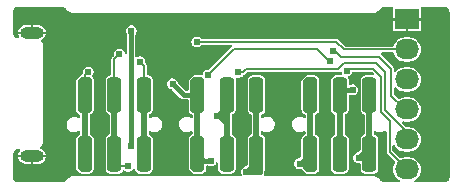
<source format=gbl>
%TF.GenerationSoftware,KiCad,Pcbnew,7.0.11*%
%TF.CreationDate,2025-12-26T11:46:50-08:00*%
%TF.ProjectId,uart-friend-c,75617274-2d66-4726-9965-6e642d632e6b,rev?*%
%TF.SameCoordinates,PX9765530PY6521e48*%
%TF.FileFunction,Copper,L2,Bot*%
%TF.FilePolarity,Positive*%
%FSLAX46Y46*%
G04 Gerber Fmt 4.6, Leading zero omitted, Abs format (unit mm)*
G04 Created by KiCad (PCBNEW 7.0.11) date 2025-12-26 11:46:50*
%MOMM*%
%LPD*%
G01*
G04 APERTURE LIST*
G04 Aperture macros list*
%AMRoundRect*
0 Rectangle with rounded corners*
0 $1 Rounding radius*
0 $2 $3 $4 $5 $6 $7 $8 $9 X,Y pos of 4 corners*
0 Add a 4 corners polygon primitive as box body*
4,1,4,$2,$3,$4,$5,$6,$7,$8,$9,$2,$3,0*
0 Add four circle primitives for the rounded corners*
1,1,$1+$1,$2,$3*
1,1,$1+$1,$4,$5*
1,1,$1+$1,$6,$7*
1,1,$1+$1,$8,$9*
0 Add four rect primitives between the rounded corners*
20,1,$1+$1,$2,$3,$4,$5,0*
20,1,$1+$1,$4,$5,$6,$7,0*
20,1,$1+$1,$6,$7,$8,$9,0*
20,1,$1+$1,$8,$9,$2,$3,0*%
%AMFreePoly0*
4,1,21,-1.500000,0.300000,-1.492031,0.368685,-1.447499,0.469541,-1.369541,0.547499,-1.268685,0.592031,-1.200000,0.600000,1.200000,0.600000,1.268685,0.592031,1.369541,0.547499,1.447499,0.469541,1.492031,0.368685,1.500000,0.300000,1.500000,-0.300000,1.492031,-0.368685,1.447499,-0.469541,1.369541,-0.547499,1.268685,-0.592031,1.200000,-0.600000,-1.200000,-0.600000,-1.500000,-0.300000,
-1.500000,0.300000,-1.500000,0.300000,$1*%
%AMFreePoly1*
4,1,21,-1.500000,0.300000,-1.492031,0.368685,-1.447499,0.469541,-1.369541,0.547499,-1.268685,0.592031,-1.200000,0.600000,1.200000,0.600000,1.268685,0.592031,1.369541,0.547499,1.447499,0.469541,1.492031,0.368685,1.500000,0.300000,1.500000,-0.300000,1.200000,-0.600000,-1.200000,-0.600000,-1.268685,-0.592031,-1.369541,-0.547499,-1.447499,-0.469541,-1.492031,-0.368685,-1.500000,-0.300000,
-1.500000,0.300000,-1.500000,0.300000,$1*%
G04 Aperture macros list end*
%TA.AperFunction,ComponentPad*%
%ADD10R,2.032000X1.727200*%
%TD*%
%TA.AperFunction,ComponentPad*%
%ADD11O,2.032000X1.727200*%
%TD*%
%TA.AperFunction,ComponentPad*%
%ADD12O,2.030000X1.000000*%
%TD*%
%TA.AperFunction,SMDPad,CuDef*%
%ADD13FreePoly0,270.000000*%
%TD*%
%TA.AperFunction,SMDPad,CuDef*%
%ADD14R,0.500000X3.000000*%
%TD*%
%TA.AperFunction,SMDPad,CuDef*%
%ADD15FreePoly1,270.000000*%
%TD*%
%TA.AperFunction,SMDPad,CuDef*%
%ADD16RoundRect,0.300000X-0.300000X1.200000X-0.300000X-1.200000X0.300000X-1.200000X0.300000X1.200000X0*%
%TD*%
%TA.AperFunction,ViaPad*%
%ADD17C,0.609600*%
%TD*%
%TA.AperFunction,Conductor*%
%ADD18C,0.400000*%
%TD*%
%TA.AperFunction,Conductor*%
%ADD19C,0.200000*%
%TD*%
G04 APERTURE END LIST*
D10*
%TO.P,P5,1,P1*%
%TO.N,GND*%
X29845000Y15240000D03*
D11*
%TO.P,P5,2,P2*%
%TO.N,/~{CTS}*%
X29845000Y12700000D03*
%TO.P,P5,3,P3*%
%TO.N,/VTARGET*%
X29845000Y10160000D03*
%TO.P,P5,4,P4*%
%TO.N,/TXD*%
X29845000Y7620000D03*
%TO.P,P5,5,P5*%
%TO.N,/RXD*%
X29845000Y5080000D03*
%TO.P,P5,6,P6*%
%TO.N,/~{DTR}*%
X29845000Y2540000D03*
%TD*%
D12*
%TO.P,P2,SH1,SHIELD*%
%TO.N,GND*%
X-1905000Y14115000D03*
X-1905000Y3665000D03*
%TD*%
D13*
%TO.P,SW2,1,C*%
%TO.N,+5V*%
X12105000Y8850000D03*
D14*
X12105000Y6350000D03*
D15*
X12105000Y3850000D03*
D16*
%TO.P,SW2,2,B*%
%TO.N,VCC*%
X14605000Y8850000D03*
D14*
X14605000Y6350000D03*
D16*
X14605000Y3850000D03*
%TO.P,SW2,3,A*%
%TO.N,/VREG*%
X17105000Y8850000D03*
D14*
X17105000Y6350000D03*
D16*
X17105000Y3850000D03*
%TD*%
D13*
%TO.P,SW3,1,C*%
%TO.N,+5V*%
X21670000Y8850000D03*
D14*
X21670000Y6350000D03*
D15*
X21670000Y3850000D03*
D16*
%TO.P,SW3,2,B*%
%TO.N,/VTARGET_Q*%
X24170000Y8850000D03*
D14*
X24170000Y6350000D03*
D16*
X24170000Y3850000D03*
%TO.P,SW3,3,A*%
%TO.N,/VREG*%
X26670000Y8850000D03*
D14*
X26670000Y6350000D03*
D16*
X26670000Y3850000D03*
%TD*%
D13*
%TO.P,SW1,1,C*%
%TO.N,/FB_3V3*%
X2580000Y8850000D03*
D14*
X2580000Y6350000D03*
D15*
X2580000Y3850000D03*
D16*
%TO.P,SW1,2,B*%
%TO.N,/FB_SEL*%
X5080000Y8850000D03*
D14*
X5080000Y6350000D03*
D16*
X5080000Y3850000D03*
%TO.P,SW1,3,A*%
%TO.N,/FB_1V8*%
X7580000Y8850000D03*
D14*
X7580000Y6350000D03*
D16*
X7580000Y3850000D03*
%TD*%
D17*
%TO.N,GND*%
X31250000Y4045000D03*
X27750000Y4045000D03*
%TO.N,+5V*%
X20750000Y3045000D03*
X10000000Y9795000D03*
X13250000Y3295000D03*
%TO.N,GND*%
X21500000Y14795000D03*
X3650000Y9395000D03*
X1250000Y4045000D03*
X4500000Y12295000D03*
X9000000Y4045000D03*
X8600000Y7345000D03*
X1250000Y9895000D03*
X11000000Y7545000D03*
X9250000Y9145000D03*
X-250000Y4045000D03*
X2500000Y13795000D03*
X3650000Y7695000D03*
X15553531Y7250308D03*
X15000000Y14795000D03*
X4500000Y14045000D03*
X11047800Y2875995D03*
X-250000Y13795000D03*
X1350000Y7695000D03*
X9000000Y5295000D03*
X8250000Y10795000D03*
X4250000Y7045000D03*
X14000000Y14795000D03*
%TO.N,VCC*%
X13750000Y7045000D03*
%TO.N,/VREG*%
X6500000Y14295000D03*
X16250000Y2337800D03*
X25750000Y3545000D03*
X6500000Y4545000D03*
%TO.N,/FB_3V3*%
X2857202Y10795000D03*
%TO.N,/FB_SEL*%
X5500000Y12295000D03*
X6250000Y2795000D03*
%TO.N,/FB_1V8*%
X7250000Y11652202D03*
%TO.N,/TXD*%
X23622000Y12573000D03*
%TO.N,/~{CTS}*%
X12065000Y13335000D03*
%TO.N,/RXD*%
X15568808Y10756426D03*
%TO.N,/~{DTR}*%
X24750000Y10887748D03*
%TO.N,/~{POWER}*%
X12993614Y10522798D03*
X23347202Y11699800D03*
%TO.N,/VTARGET_Q*%
X25250000Y9295000D03*
%TD*%
D18*
%TO.N,+5V*%
X21717000Y8001000D02*
X21717000Y7747000D01*
X10945000Y8850000D02*
X10000000Y9795000D01*
X21844000Y8128000D02*
X21717000Y8001000D01*
X21555000Y3850000D02*
X20750000Y3045000D01*
X13250000Y3295000D02*
X12660000Y3295000D01*
X12660000Y3295000D02*
X12105000Y3850000D01*
X20750000Y3045000D02*
X22000000Y3045000D01*
X12105000Y8850000D02*
X10945000Y8850000D01*
X21670000Y3850000D02*
X21555000Y3850000D01*
%TO.N,VCC*%
X13910000Y7045000D02*
X14605000Y6350000D01*
X13750000Y7045000D02*
X14250000Y7045000D01*
X14605000Y7900000D02*
X13750000Y7045000D01*
X13750000Y7045000D02*
X13910000Y7045000D01*
X14605000Y8850000D02*
X14605000Y7900000D01*
%TO.N,/VREG*%
X16250000Y2337800D02*
X16301800Y2286000D01*
X26670000Y3850000D02*
X26670000Y3465000D01*
X16301800Y2286000D02*
X17399000Y2286000D01*
X17399000Y3556000D02*
X17105000Y3850000D01*
X6500000Y14295000D02*
X6500000Y4545000D01*
X16457200Y2545000D02*
X16250000Y2337800D01*
X17399000Y2286000D02*
X17399000Y3556000D01*
X25750000Y3545000D02*
X27000000Y3545000D01*
D19*
X17609736Y9398000D02*
X17355736Y9652000D01*
D18*
X26055000Y3850000D02*
X25750000Y3545000D01*
X17250000Y2545000D02*
X16457200Y2545000D01*
X26670000Y3850000D02*
X26055000Y3850000D01*
D19*
%TO.N,/FB_3V3*%
X2857202Y10795000D02*
X2580000Y10517798D01*
X2580000Y10517798D02*
X2580000Y8850000D01*
%TO.N,/FB_SEL*%
X5080000Y3215000D02*
X5500000Y2795000D01*
X5080000Y11875000D02*
X5080000Y8850000D01*
X5500000Y12295000D02*
X5080000Y11875000D01*
X5500000Y2795000D02*
X6250000Y2795000D01*
X5385000Y3545000D02*
X5080000Y3850000D01*
X5080000Y3850000D02*
X5080000Y3215000D01*
%TO.N,/FB_1V8*%
X7580000Y11322202D02*
X7580000Y8850000D01*
X7250000Y11652202D02*
X7580000Y11322202D01*
%TO.N,/TXD*%
X28520000Y8792600D02*
X29692600Y7620000D01*
X24250000Y12045000D02*
X24260000Y12055000D01*
X27510000Y12055000D02*
X28520000Y11045000D01*
X28520000Y11045000D02*
X28520000Y8792600D01*
X23622000Y12573000D02*
X23722000Y12573000D01*
X23722000Y12573000D02*
X24250000Y12045000D01*
X29692600Y7620000D02*
X29845000Y7620000D01*
X24260000Y12055000D02*
X27510000Y12055000D01*
%TO.N,/~{CTS}*%
X24511000Y12700000D02*
X23876000Y13335000D01*
X29845000Y12700000D02*
X24511000Y12700000D01*
X12065000Y13335000D02*
X23876000Y13335000D01*
%TO.N,/RXD*%
X27250000Y11545000D02*
X28000000Y10795000D01*
X28000000Y7549740D02*
X29845000Y5704740D01*
X15961426Y10756426D02*
X15568808Y10756426D01*
X24000000Y11045000D02*
X16250000Y11045000D01*
X28000000Y10795000D02*
X28000000Y7549740D01*
X16250000Y11045000D02*
X15961426Y10756426D01*
X29845000Y5704740D02*
X29845000Y5080000D01*
X24500000Y11545000D02*
X27250000Y11545000D01*
X24000000Y11045000D02*
X24500000Y11545000D01*
%TO.N,/~{DTR}*%
X28370000Y6681371D02*
X27647600Y7403771D01*
X28370000Y4015000D02*
X28370000Y6681371D01*
X27647600Y10397400D02*
X27000000Y11045000D01*
X29845000Y2540000D02*
X28370000Y4015000D01*
X24907252Y11045000D02*
X24750000Y10887748D01*
X27000000Y11045000D02*
X25500000Y11045000D01*
X27647600Y9232600D02*
X27647600Y10397400D01*
X25500000Y11045000D02*
X24907252Y11045000D01*
X27647600Y7403771D02*
X27647600Y9232600D01*
%TO.N,/~{POWER}*%
X23225200Y11699800D02*
X23347202Y11699800D01*
X22225000Y12700000D02*
X23225200Y11699800D01*
X15170816Y12700000D02*
X22225000Y12700000D01*
X12993614Y10522798D02*
X15170816Y12700000D01*
D18*
%TO.N,/VTARGET_Q*%
X24615000Y9295000D02*
X24170000Y8850000D01*
X25250000Y9295000D02*
X24615000Y9295000D01*
%TD*%
%TA.AperFunction,Conductor*%
%TO.N,GND*%
G36*
X639842Y16309024D02*
G01*
X710065Y16302107D01*
X729087Y16298324D01*
X791958Y16279253D01*
X809865Y16271835D01*
X867798Y16240869D01*
X883931Y16230089D01*
X933433Y16189463D01*
X945417Y16177801D01*
X1018676Y16093333D01*
X1025723Y16081935D01*
X1026596Y16082517D01*
X1032012Y16074412D01*
X1052702Y16053721D01*
X1057487Y16048583D01*
X1065314Y16039559D01*
X1066026Y16038902D01*
X1076488Y16029936D01*
X1106708Y15999716D01*
X1213102Y15922416D01*
X1330279Y15862711D01*
X1455353Y15822072D01*
X1455354Y15822072D01*
X1455357Y15822071D01*
X1585241Y15801500D01*
X1585245Y15801500D01*
X26989758Y15801500D01*
X27119642Y15822071D01*
X27119643Y15822072D01*
X27119647Y15822072D01*
X27244721Y15862711D01*
X27361898Y15922416D01*
X27468292Y15999716D01*
X27498515Y16029940D01*
X27508962Y16038893D01*
X27509670Y16039547D01*
X27509681Y16039554D01*
X27517521Y16048596D01*
X27522296Y16053721D01*
X27542989Y16074413D01*
X27542991Y16074419D01*
X27548406Y16082521D01*
X27549283Y16081935D01*
X27556324Y16093335D01*
X27629587Y16177809D01*
X27641557Y16189457D01*
X27691077Y16230097D01*
X27707196Y16240867D01*
X27765134Y16271835D01*
X27783037Y16279252D01*
X27845914Y16298325D01*
X27864934Y16302107D01*
X27927624Y16308281D01*
X27935158Y16309023D01*
X27944861Y16309500D01*
X27979882Y16309500D01*
X28598071Y16309500D01*
X28656262Y16290593D01*
X28692226Y16241093D01*
X28692226Y16179907D01*
X28688553Y16172330D01*
X28689174Y16172073D01*
X28685443Y16163066D01*
X28676600Y16118613D01*
X28676600Y15340006D01*
X28676601Y15340005D01*
X29344918Y15340005D01*
X29337000Y15313039D01*
X29337000Y15166961D01*
X29344918Y15139995D01*
X28676601Y15139995D01*
X28676600Y15139994D01*
X28676600Y14361388D01*
X28685442Y14316937D01*
X28719125Y14266528D01*
X28719127Y14266526D01*
X28769536Y14232843D01*
X28813987Y14224001D01*
X28813989Y14224000D01*
X29744994Y14224000D01*
X29744995Y14224001D01*
X29744995Y14741155D01*
X29808666Y14732000D01*
X29881334Y14732000D01*
X29945005Y14741155D01*
X29945005Y14224001D01*
X29945006Y14224000D01*
X30876011Y14224000D01*
X30876012Y14224001D01*
X30920463Y14232843D01*
X30970872Y14266526D01*
X30970874Y14266528D01*
X31004557Y14316937D01*
X31013399Y14361388D01*
X31013400Y14361390D01*
X31013400Y15139994D01*
X31013399Y15139995D01*
X30345082Y15139995D01*
X30353000Y15166961D01*
X30353000Y15313039D01*
X30345082Y15340005D01*
X31013399Y15340005D01*
X31013400Y15340006D01*
X31013400Y16118611D01*
X31013399Y16118613D01*
X31004556Y16163066D01*
X31000826Y16172073D01*
X31004501Y16173596D01*
X30993008Y16214448D01*
X31014221Y16271838D01*
X31065115Y16305800D01*
X31091929Y16309500D01*
X32980118Y16309500D01*
X33013512Y16309500D01*
X33026433Y16308653D01*
X33029259Y16308281D01*
X33119537Y16296396D01*
X33144494Y16289710D01*
X33225211Y16256275D01*
X33247589Y16243355D01*
X33289951Y16210849D01*
X33316897Y16190173D01*
X33335172Y16171898D01*
X33388353Y16102591D01*
X33401275Y16080210D01*
X33434707Y15999499D01*
X33441396Y15974535D01*
X33453653Y15881434D01*
X33454500Y15868512D01*
X33454500Y1911489D01*
X33453653Y1898567D01*
X33441396Y1805466D01*
X33434707Y1780502D01*
X33401275Y1699791D01*
X33388353Y1677410D01*
X33335172Y1608103D01*
X33316897Y1589828D01*
X33247590Y1536647D01*
X33225209Y1523725D01*
X33144498Y1490293D01*
X33119534Y1483604D01*
X33036434Y1472664D01*
X33029260Y1471719D01*
X33026434Y1471347D01*
X33013512Y1470500D01*
X30548094Y1470500D01*
X30489903Y1489407D01*
X30453939Y1538907D01*
X30453939Y1600093D01*
X30489903Y1649593D01*
X30501426Y1656810D01*
X30564866Y1690720D01*
X30564867Y1690722D01*
X30564869Y1690722D01*
X30719652Y1817748D01*
X30846678Y1972531D01*
X30850214Y1979145D01*
X30916927Y2103958D01*
X30941067Y2149120D01*
X30999192Y2340731D01*
X31000829Y2357344D01*
X31018818Y2539997D01*
X31018818Y2540004D01*
X30999193Y2739264D01*
X30999192Y2739267D01*
X30999192Y2739269D01*
X30941067Y2930880D01*
X30931714Y2948378D01*
X30846680Y3107467D01*
X30719656Y3262247D01*
X30719652Y3262252D01*
X30679753Y3294996D01*
X30564866Y3389281D01*
X30388285Y3483665D01*
X30388283Y3483666D01*
X30196666Y3541793D01*
X30196664Y3541794D01*
X30047342Y3556500D01*
X30047334Y3556500D01*
X29642666Y3556500D01*
X29642658Y3556500D01*
X29493335Y3541794D01*
X29493330Y3541793D01*
X29325717Y3490947D01*
X29264544Y3492148D01*
X29226975Y3515680D01*
X28651896Y4090759D01*
X28624119Y4145276D01*
X28622900Y4160763D01*
X28622900Y4529681D01*
X28641807Y4587872D01*
X28691307Y4623836D01*
X28752493Y4623836D01*
X28801993Y4587872D01*
X28809210Y4576349D01*
X28843319Y4512534D01*
X28928380Y4408886D01*
X28970348Y4357748D01*
X28970353Y4357744D01*
X29125129Y4230723D01*
X29125133Y4230720D01*
X29294618Y4140129D01*
X29301720Y4136333D01*
X29493331Y4078208D01*
X29493333Y4078208D01*
X29493335Y4078207D01*
X29642658Y4063500D01*
X29642666Y4063500D01*
X30047342Y4063500D01*
X30196664Y4078207D01*
X30196665Y4078208D01*
X30196669Y4078208D01*
X30388280Y4136333D01*
X30468156Y4179029D01*
X30564866Y4230720D01*
X30564871Y4230723D01*
X30643195Y4295002D01*
X30719652Y4357748D01*
X30846678Y4512531D01*
X30941067Y4689120D01*
X30999192Y4880731D01*
X30999515Y4884005D01*
X31018818Y5079997D01*
X31018818Y5080004D01*
X30999193Y5279264D01*
X30999192Y5279267D01*
X30999192Y5279269D01*
X30941067Y5470880D01*
X30928805Y5493821D01*
X30846680Y5647467D01*
X30719656Y5802247D01*
X30719652Y5802252D01*
X30634617Y5872038D01*
X30564866Y5929281D01*
X30388285Y6023665D01*
X30388283Y6023666D01*
X30196666Y6081793D01*
X30196664Y6081794D01*
X30047342Y6096500D01*
X30047334Y6096500D01*
X29851903Y6096500D01*
X29793712Y6115407D01*
X29781899Y6125496D01*
X29462531Y6444864D01*
X29434754Y6499381D01*
X29444325Y6559813D01*
X29487590Y6603078D01*
X29542239Y6613391D01*
X29642659Y6603500D01*
X29642666Y6603500D01*
X30047342Y6603500D01*
X30196664Y6618207D01*
X30196665Y6618208D01*
X30196669Y6618208D01*
X30388280Y6676333D01*
X30468156Y6719029D01*
X30564866Y6770720D01*
X30564867Y6770722D01*
X30564869Y6770722D01*
X30719652Y6897748D01*
X30846678Y7052531D01*
X30941067Y7229120D01*
X30999192Y7420731D01*
X31000695Y7435983D01*
X31018818Y7619997D01*
X31018818Y7620004D01*
X30999193Y7819264D01*
X30999192Y7819267D01*
X30999192Y7819269D01*
X30941067Y8010880D01*
X30907708Y8073291D01*
X30846680Y8187467D01*
X30719656Y8342247D01*
X30719652Y8342252D01*
X30719646Y8342257D01*
X30564866Y8469281D01*
X30388285Y8563665D01*
X30388283Y8563666D01*
X30373234Y8568231D01*
X30234655Y8610269D01*
X30196666Y8621793D01*
X30196664Y8621794D01*
X30047342Y8636500D01*
X30047334Y8636500D01*
X29642666Y8636500D01*
X29642658Y8636500D01*
X29493335Y8621794D01*
X29493333Y8621793D01*
X29357649Y8580633D01*
X29316766Y8568231D01*
X29301717Y8563666D01*
X29239310Y8530309D01*
X29179078Y8519554D01*
X29124027Y8546256D01*
X29122639Y8547616D01*
X28801896Y8868359D01*
X28774119Y8922876D01*
X28772900Y8938363D01*
X28772900Y9401653D01*
X28791807Y9459844D01*
X28841307Y9495808D01*
X28902493Y9495808D01*
X28948427Y9464459D01*
X28970348Y9437748D01*
X28985547Y9425275D01*
X29125133Y9310720D01*
X29301714Y9216336D01*
X29301720Y9216333D01*
X29493331Y9158208D01*
X29493333Y9158208D01*
X29493335Y9158207D01*
X29642658Y9143500D01*
X29642666Y9143500D01*
X30047342Y9143500D01*
X30196664Y9158207D01*
X30196665Y9158208D01*
X30196669Y9158208D01*
X30388280Y9216333D01*
X30535452Y9294998D01*
X30564866Y9310720D01*
X30564867Y9310722D01*
X30564869Y9310722D01*
X30719652Y9437748D01*
X30846678Y9592531D01*
X30874438Y9644465D01*
X30911404Y9713625D01*
X30941067Y9769120D01*
X30999192Y9960731D01*
X31007492Y10044996D01*
X31018818Y10159997D01*
X31018818Y10160004D01*
X30999193Y10359264D01*
X30999192Y10359267D01*
X30999192Y10359269D01*
X30941067Y10550880D01*
X30936200Y10559986D01*
X30846680Y10727467D01*
X30733832Y10864974D01*
X30719652Y10882252D01*
X30712955Y10887748D01*
X30564866Y11009281D01*
X30388285Y11103665D01*
X30388283Y11103666D01*
X30388276Y11103668D01*
X30196669Y11161792D01*
X30196666Y11161793D01*
X30196664Y11161794D01*
X30047342Y11176500D01*
X30047334Y11176500D01*
X29642666Y11176500D01*
X29642658Y11176500D01*
X29493335Y11161794D01*
X29493333Y11161793D01*
X29301716Y11103666D01*
X29301714Y11103665D01*
X29125133Y11009281D01*
X28970353Y10882257D01*
X28970342Y10882246D01*
X28948427Y10855542D01*
X28896896Y10822555D01*
X28835816Y10826158D01*
X28788520Y10864974D01*
X28772900Y10918348D01*
X28772900Y11010339D01*
X28774802Y11029653D01*
X28777855Y11045000D01*
X28766398Y11102596D01*
X28766185Y11103668D01*
X28766185Y11103669D01*
X28758227Y11143676D01*
X28758226Y11143679D01*
X28702332Y11227329D01*
X28702331Y11227331D01*
X28689316Y11236028D01*
X28674318Y11248336D01*
X27713333Y12209321D01*
X27701019Y12224327D01*
X27692330Y12237332D01*
X27675261Y12248737D01*
X27675244Y12248749D01*
X27649748Y12265785D01*
X27611869Y12313835D01*
X27609467Y12374973D01*
X27643460Y12425847D01*
X27700864Y12447024D01*
X27704750Y12447100D01*
X28633654Y12447100D01*
X28691845Y12428193D01*
X28727809Y12378693D01*
X28728391Y12376838D01*
X28748933Y12309120D01*
X28748935Y12309115D01*
X28843319Y12132534D01*
X28922367Y12036213D01*
X28970348Y11977748D01*
X28970353Y11977744D01*
X29125133Y11850720D01*
X29301714Y11756336D01*
X29301720Y11756333D01*
X29493331Y11698208D01*
X29493333Y11698208D01*
X29493335Y11698207D01*
X29642658Y11683500D01*
X29642666Y11683500D01*
X30047342Y11683500D01*
X30196664Y11698207D01*
X30196665Y11698208D01*
X30196669Y11698208D01*
X30388280Y11756333D01*
X30473904Y11802100D01*
X30564866Y11850720D01*
X30564867Y11850722D01*
X30564869Y11850722D01*
X30719652Y11977748D01*
X30846678Y12132531D01*
X30853755Y12145770D01*
X30904959Y12241567D01*
X30941067Y12309120D01*
X30999192Y12500731D01*
X31000861Y12517669D01*
X31018818Y12699997D01*
X31018818Y12700004D01*
X30999193Y12899264D01*
X30999192Y12899267D01*
X30999192Y12899269D01*
X30941067Y13090880D01*
X30941064Y13090886D01*
X30846680Y13267467D01*
X30719656Y13422247D01*
X30719652Y13422252D01*
X30667234Y13465270D01*
X30564866Y13549281D01*
X30388285Y13643665D01*
X30388283Y13643666D01*
X30196666Y13701793D01*
X30196664Y13701794D01*
X30047342Y13716500D01*
X30047334Y13716500D01*
X29642666Y13716500D01*
X29642658Y13716500D01*
X29493335Y13701794D01*
X29493333Y13701793D01*
X29301716Y13643666D01*
X29301714Y13643665D01*
X29125133Y13549281D01*
X28970353Y13422257D01*
X28970343Y13422247D01*
X28843319Y13267467D01*
X28748935Y13090886D01*
X28748933Y13090881D01*
X28735905Y13047932D01*
X28730678Y13030700D01*
X28728391Y13023162D01*
X28693406Y12972965D01*
X28635597Y12952919D01*
X28633654Y12952900D01*
X24656762Y12952900D01*
X24598571Y12971807D01*
X24586758Y12981896D01*
X24079333Y13489322D01*
X24067022Y13504324D01*
X24058331Y13517331D01*
X24049161Y13523458D01*
X24041261Y13528737D01*
X24041257Y13528740D01*
X23974676Y13573228D01*
X23974677Y13573228D01*
X23892370Y13589599D01*
X23876000Y13592855D01*
X23875999Y13592855D01*
X23860651Y13589802D01*
X23841338Y13587900D01*
X12496698Y13587900D01*
X12438507Y13606807D01*
X12421879Y13622068D01*
X12407910Y13638189D01*
X12367812Y13684464D01*
X12367811Y13684465D01*
X12367810Y13684466D01*
X12257095Y13755618D01*
X12257092Y13755619D01*
X12257091Y13755620D01*
X12193949Y13774160D01*
X12130808Y13792700D01*
X12130807Y13792700D01*
X11999193Y13792700D01*
X11999191Y13792700D01*
X11872909Y13755620D01*
X11872904Y13755618D01*
X11762187Y13684465D01*
X11762187Y13684464D01*
X11675999Y13584999D01*
X11621323Y13465273D01*
X11621322Y13465270D01*
X11602593Y13335003D01*
X11602593Y13334998D01*
X11621322Y13204731D01*
X11621323Y13204728D01*
X11675999Y13085002D01*
X11762187Y12985537D01*
X11762187Y12985536D01*
X11872904Y12914383D01*
X11872909Y12914380D01*
X11999193Y12877300D01*
X11999194Y12877300D01*
X12130806Y12877300D01*
X12130807Y12877300D01*
X12257091Y12914380D01*
X12367812Y12985536D01*
X12421879Y13047932D01*
X12474276Y13079527D01*
X12496698Y13082100D01*
X14961101Y13082100D01*
X15019292Y13063193D01*
X15055256Y13013693D01*
X15055256Y12952507D01*
X15019292Y12903007D01*
X15016107Y12900788D01*
X15013827Y12899264D01*
X14988487Y12882333D01*
X14988482Y12882328D01*
X14979791Y12869321D01*
X14967482Y12854322D01*
X13122654Y11009494D01*
X13068137Y10981717D01*
X13052650Y10980498D01*
X12927805Y10980498D01*
X12801523Y10943418D01*
X12801518Y10943416D01*
X12690801Y10872263D01*
X12690801Y10872262D01*
X12604613Y10772797D01*
X12549937Y10653071D01*
X12549936Y10653068D01*
X12540554Y10587812D01*
X12513558Y10532904D01*
X12459444Y10504351D01*
X12442562Y10502901D01*
X11789945Y10502901D01*
X11789944Y10502901D01*
X11789941Y10502901D01*
X11745341Y10494029D01*
X11745339Y10494029D01*
X11745339Y10494028D01*
X11707531Y10468766D01*
X11386235Y10147469D01*
X11360973Y10109661D01*
X11360971Y10109656D01*
X11352100Y10065065D01*
X11352100Y9301900D01*
X11333193Y9243709D01*
X11283693Y9207745D01*
X11253100Y9202900D01*
X11132184Y9202900D01*
X11073993Y9221807D01*
X11062180Y9231896D01*
X10479547Y9814529D01*
X10451770Y9869046D01*
X10451580Y9870297D01*
X10443676Y9925275D01*
X10389002Y10044996D01*
X10389000Y10044998D01*
X10389000Y10044999D01*
X10302812Y10144464D01*
X10302812Y10144465D01*
X10192095Y10215618D01*
X10192092Y10215619D01*
X10192091Y10215620D01*
X10128949Y10234160D01*
X10065808Y10252700D01*
X10065807Y10252700D01*
X9934193Y10252700D01*
X9934191Y10252700D01*
X9807909Y10215620D01*
X9807904Y10215618D01*
X9697187Y10144465D01*
X9697187Y10144464D01*
X9610999Y10044999D01*
X9556323Y9925273D01*
X9556322Y9925270D01*
X9537593Y9795003D01*
X9537593Y9794998D01*
X9556322Y9664731D01*
X9556323Y9664728D01*
X9556323Y9664727D01*
X9556324Y9664725D01*
X9610998Y9545004D01*
X9610999Y9545002D01*
X9697187Y9445537D01*
X9697187Y9445536D01*
X9807904Y9374383D01*
X9807909Y9374380D01*
X9934193Y9337300D01*
X9940987Y9335305D01*
X9940276Y9332885D01*
X9985001Y9310907D01*
X9986025Y9309899D01*
X10662324Y8633600D01*
X10675199Y8617744D01*
X10681772Y8607682D01*
X10706103Y8588745D01*
X10715290Y8580633D01*
X10716136Y8579788D01*
X10716140Y8579784D01*
X10732365Y8568199D01*
X10735598Y8565789D01*
X10746640Y8557194D01*
X10774714Y8535343D01*
X10781211Y8531828D01*
X10787860Y8528578D01*
X10787865Y8528574D01*
X10835365Y8514433D01*
X10839223Y8513197D01*
X10886111Y8497100D01*
X10886113Y8497100D01*
X10893430Y8495879D01*
X10900739Y8494969D01*
X10900745Y8494967D01*
X10950252Y8497016D01*
X10954344Y8497100D01*
X11253100Y8497100D01*
X11311291Y8478193D01*
X11347255Y8428693D01*
X11352100Y8398100D01*
X11352100Y7595434D01*
X11354968Y7564855D01*
X11354968Y7564853D01*
X11354969Y7564850D01*
X11367128Y7530102D01*
X11400061Y7435982D01*
X11434048Y7389932D01*
X11481134Y7326134D01*
X11590983Y7245061D01*
X11635799Y7229380D01*
X11684478Y7192316D01*
X11702100Y7135936D01*
X11702100Y6986437D01*
X11683193Y6928246D01*
X11633693Y6892282D01*
X11572507Y6892282D01*
X11555406Y6899683D01*
X11446369Y6959627D01*
X11287179Y7000500D01*
X11287177Y7000500D01*
X11164075Y7000500D01*
X11041946Y6985073D01*
X11041943Y6985072D01*
X10889129Y6924568D01*
X10889125Y6924566D01*
X10756162Y6827963D01*
X10651399Y6701326D01*
X10581420Y6552613D01*
X10550624Y6391177D01*
X10550623Y6391172D01*
X10560943Y6227143D01*
X10611732Y6070827D01*
X10699797Y5932061D01*
X10819607Y5819552D01*
X10819606Y5819552D01*
X10947701Y5749131D01*
X10963632Y5740373D01*
X11122823Y5699500D01*
X11122826Y5699500D01*
X11245925Y5699500D01*
X11368053Y5714928D01*
X11368054Y5714929D01*
X11368058Y5714929D01*
X11520871Y5775432D01*
X11527015Y5779897D01*
X11544909Y5792896D01*
X11603099Y5811804D01*
X11661290Y5792897D01*
X11697254Y5743397D01*
X11702100Y5712804D01*
X11702100Y5564065D01*
X11683193Y5505874D01*
X11635798Y5470621D01*
X11590985Y5454941D01*
X11590983Y5454940D01*
X11481135Y5373867D01*
X11481133Y5373865D01*
X11400061Y5264019D01*
X11354968Y5135146D01*
X11352100Y5104567D01*
X11352099Y5104563D01*
X11352099Y3868205D01*
X11352099Y2634941D01*
X11360971Y2590341D01*
X11360972Y2590340D01*
X11360971Y2590340D01*
X11383722Y2556292D01*
X11386235Y2552531D01*
X11707531Y2231236D01*
X11745342Y2205972D01*
X11763277Y2202405D01*
X11789935Y2197101D01*
X11789941Y2197101D01*
X11789943Y2197100D01*
X11789944Y2197100D01*
X12459563Y2197100D01*
X12459565Y2197101D01*
X12490150Y2199969D01*
X12619017Y2245061D01*
X12728866Y2326134D01*
X12809939Y2435983D01*
X12855031Y2564850D01*
X12857899Y2595435D01*
X12857900Y2595437D01*
X12857900Y2821614D01*
X12876807Y2879805D01*
X12926307Y2915769D01*
X12987493Y2915769D01*
X13010423Y2904898D01*
X13057909Y2874380D01*
X13184193Y2837300D01*
X13184194Y2837300D01*
X13315806Y2837300D01*
X13315807Y2837300D01*
X13442091Y2874380D01*
X13552812Y2945536D01*
X13639002Y3045004D01*
X13663047Y3097657D01*
X13704418Y3142733D01*
X13764385Y3154884D01*
X13820041Y3129467D01*
X13850128Y3076190D01*
X13852100Y3056529D01*
X13852100Y2595434D01*
X13854968Y2564855D01*
X13854968Y2564853D01*
X13854969Y2564850D01*
X13884096Y2481610D01*
X13900061Y2435982D01*
X13949343Y2369209D01*
X13981134Y2326134D01*
X14047908Y2276852D01*
X14090981Y2245062D01*
X14090982Y2245062D01*
X14090983Y2245061D01*
X14219850Y2199969D01*
X14248061Y2197324D01*
X14250433Y2197101D01*
X14250437Y2197100D01*
X14250444Y2197100D01*
X14959563Y2197100D01*
X14959565Y2197101D01*
X14990150Y2199969D01*
X15119017Y2245061D01*
X15228866Y2326134D01*
X15309939Y2435983D01*
X15355031Y2564850D01*
X15357899Y2595435D01*
X15357900Y2595437D01*
X15357900Y5104563D01*
X15357899Y5104567D01*
X15355031Y5135146D01*
X15355031Y5135150D01*
X15309939Y5264017D01*
X15298682Y5279269D01*
X15278148Y5307092D01*
X15228866Y5373866D01*
X15158005Y5426164D01*
X15119016Y5454940D01*
X15074201Y5470621D01*
X15025521Y5507686D01*
X15007899Y5564065D01*
X15007899Y7135936D01*
X15026806Y7194127D01*
X15074201Y7229380D01*
X15119017Y7245061D01*
X15228866Y7326134D01*
X15309939Y7435983D01*
X15355031Y7564850D01*
X15357899Y7595435D01*
X15357900Y7595437D01*
X15357900Y10104563D01*
X15357899Y10104567D01*
X15355031Y10135149D01*
X15351772Y10144464D01*
X15337984Y10183866D01*
X15336612Y10245034D01*
X15371455Y10295329D01*
X15429207Y10315537D01*
X15459317Y10311553D01*
X15503001Y10298726D01*
X15503002Y10298726D01*
X15634614Y10298726D01*
X15634615Y10298726D01*
X15760899Y10335806D01*
X15871620Y10406962D01*
X15926605Y10470419D01*
X15979000Y10502015D01*
X15982080Y10502680D01*
X16060103Y10518199D01*
X16122639Y10559984D01*
X16122639Y10559985D01*
X16133360Y10567148D01*
X16133361Y10567150D01*
X16143757Y10574095D01*
X16152449Y10587105D01*
X16164757Y10602104D01*
X16325759Y10763104D01*
X16380276Y10790881D01*
X16395762Y10792100D01*
X23965338Y10792100D01*
X23984651Y10790198D01*
X24000000Y10787145D01*
X24098677Y10806773D01*
X24151024Y10841751D01*
X24209908Y10858358D01*
X24267312Y10837181D01*
X24301306Y10786308D01*
X24304015Y10773526D01*
X24306322Y10757477D01*
X24306323Y10757476D01*
X24306323Y10757475D01*
X24306324Y10757473D01*
X24358590Y10643025D01*
X24365564Y10582239D01*
X24335477Y10528962D01*
X24279821Y10503545D01*
X24268536Y10502900D01*
X23815433Y10502900D01*
X23784854Y10500032D01*
X23784851Y10500032D01*
X23784850Y10500031D01*
X23767000Y10493785D01*
X23655981Y10454939D01*
X23546135Y10373867D01*
X23546133Y10373865D01*
X23465061Y10264019D01*
X23445300Y10207543D01*
X23423229Y10144465D01*
X23419968Y10135146D01*
X23417100Y10104567D01*
X23417100Y7595434D01*
X23419968Y7564855D01*
X23419968Y7564853D01*
X23419969Y7564850D01*
X23432128Y7530102D01*
X23465061Y7435982D01*
X23499048Y7389932D01*
X23546134Y7326134D01*
X23655983Y7245061D01*
X23700799Y7229380D01*
X23749478Y7192316D01*
X23767100Y7135936D01*
X23767100Y5564065D01*
X23748193Y5505874D01*
X23700798Y5470621D01*
X23655985Y5454941D01*
X23655983Y5454940D01*
X23546135Y5373867D01*
X23546133Y5373865D01*
X23465061Y5264019D01*
X23419968Y5135146D01*
X23417100Y5104567D01*
X23417100Y2595434D01*
X23419968Y2564855D01*
X23419968Y2564853D01*
X23419969Y2564850D01*
X23449096Y2481610D01*
X23465061Y2435982D01*
X23514343Y2369209D01*
X23546134Y2326134D01*
X23612908Y2276852D01*
X23655981Y2245062D01*
X23655982Y2245062D01*
X23655983Y2245061D01*
X23784850Y2199969D01*
X23813061Y2197324D01*
X23815433Y2197101D01*
X23815437Y2197100D01*
X23815444Y2197100D01*
X24524563Y2197100D01*
X24524565Y2197101D01*
X24555150Y2199969D01*
X24684017Y2245061D01*
X24793866Y2326134D01*
X24874939Y2435983D01*
X24920031Y2564850D01*
X24922899Y2595435D01*
X24922900Y2595437D01*
X24922900Y5104563D01*
X24922899Y5104567D01*
X24920031Y5135146D01*
X24920031Y5135150D01*
X24874939Y5264017D01*
X24863682Y5279269D01*
X24843148Y5307092D01*
X24793866Y5373866D01*
X24723005Y5426164D01*
X24684016Y5454940D01*
X24639201Y5470621D01*
X24590521Y5507686D01*
X24572899Y5564065D01*
X24572899Y7135936D01*
X24591806Y7194127D01*
X24639201Y7229380D01*
X24684017Y7245061D01*
X24793866Y7326134D01*
X24874939Y7435983D01*
X24920031Y7564850D01*
X24922899Y7595435D01*
X24922900Y7595437D01*
X24922900Y8781990D01*
X24941807Y8840181D01*
X24991307Y8876145D01*
X25051048Y8876145D01*
X25051116Y8876375D01*
X25051899Y8876145D01*
X25052493Y8876145D01*
X25054312Y8875437D01*
X25057906Y8874382D01*
X25057909Y8874380D01*
X25184193Y8837300D01*
X25184194Y8837300D01*
X25315806Y8837300D01*
X25315807Y8837300D01*
X25442091Y8874380D01*
X25552812Y8945536D01*
X25639002Y9045004D01*
X25693676Y9164725D01*
X25699165Y9202900D01*
X25712407Y9294998D01*
X25712407Y9295003D01*
X25693677Y9425270D01*
X25693676Y9425273D01*
X25693676Y9425275D01*
X25639002Y9544996D01*
X25639000Y9544998D01*
X25639000Y9544999D01*
X25552812Y9644464D01*
X25552812Y9644465D01*
X25442095Y9715618D01*
X25442092Y9715619D01*
X25442091Y9715620D01*
X25355317Y9741099D01*
X25315808Y9752700D01*
X25315807Y9752700D01*
X25184193Y9752700D01*
X25184191Y9752700D01*
X25106052Y9729757D01*
X25057909Y9715620D01*
X25057907Y9715620D01*
X25051116Y9713625D01*
X25050275Y9716488D01*
X25002200Y9710991D01*
X24948935Y9741099D01*
X24923541Y9796766D01*
X24922900Y9808011D01*
X24922900Y10104563D01*
X24922899Y10104567D01*
X24920031Y10135146D01*
X24920031Y10135150D01*
X24874939Y10264017D01*
X24868455Y10272802D01*
X24861624Y10282058D01*
X24847754Y10300851D01*
X24828413Y10358896D01*
X24846884Y10417227D01*
X24896113Y10453561D01*
X24899511Y10454626D01*
X24942091Y10467128D01*
X25052812Y10538284D01*
X25139002Y10637752D01*
X25183060Y10734228D01*
X25224431Y10779304D01*
X25273113Y10792100D01*
X25475089Y10792100D01*
X26854237Y10792100D01*
X26912428Y10773193D01*
X26924241Y10763104D01*
X27015441Y10671904D01*
X27043218Y10617387D01*
X27033647Y10556955D01*
X26990382Y10513690D01*
X26945437Y10502900D01*
X26315433Y10502900D01*
X26284854Y10500032D01*
X26284851Y10500032D01*
X26284850Y10500031D01*
X26267000Y10493785D01*
X26155981Y10454939D01*
X26046135Y10373867D01*
X26046133Y10373865D01*
X25965061Y10264019D01*
X25945300Y10207543D01*
X25923229Y10144465D01*
X25919968Y10135146D01*
X25917100Y10104567D01*
X25917100Y7595434D01*
X25919968Y7564855D01*
X25919968Y7564853D01*
X25919969Y7564850D01*
X25932128Y7530102D01*
X25965061Y7435982D01*
X25999048Y7389932D01*
X26046134Y7326134D01*
X26155983Y7245061D01*
X26200799Y7229380D01*
X26249478Y7192316D01*
X26267100Y7135936D01*
X26267100Y5564065D01*
X26248193Y5505874D01*
X26200798Y5470621D01*
X26155985Y5454941D01*
X26155983Y5454940D01*
X26046135Y5373867D01*
X26046133Y5373865D01*
X25965061Y5264019D01*
X25919968Y5135146D01*
X25917100Y5104567D01*
X25917100Y4237198D01*
X25898193Y4179007D01*
X25861584Y4148259D01*
X25847105Y4141181D01*
X25841053Y4136860D01*
X25835249Y4132343D01*
X25801689Y4095886D01*
X25798857Y4092935D01*
X25736026Y4030103D01*
X25690358Y4006834D01*
X25690987Y4004695D01*
X25557909Y3965620D01*
X25557904Y3965618D01*
X25447187Y3894465D01*
X25447187Y3894464D01*
X25360999Y3794999D01*
X25306323Y3675273D01*
X25306322Y3675270D01*
X25287593Y3545003D01*
X25287593Y3544998D01*
X25306322Y3414731D01*
X25306323Y3414728D01*
X25306323Y3414727D01*
X25306324Y3414725D01*
X25315577Y3394464D01*
X25360999Y3295002D01*
X25447187Y3195537D01*
X25447187Y3195536D01*
X25529351Y3142733D01*
X25557909Y3124380D01*
X25684193Y3087300D01*
X25684194Y3087300D01*
X25818100Y3087300D01*
X25876291Y3068393D01*
X25912255Y3018893D01*
X25917100Y2988300D01*
X25917100Y2595434D01*
X25919968Y2564855D01*
X25919968Y2564853D01*
X25919969Y2564850D01*
X25949096Y2481610D01*
X25965061Y2435982D01*
X26014343Y2369209D01*
X26046134Y2326134D01*
X26112908Y2276852D01*
X26155981Y2245062D01*
X26155982Y2245062D01*
X26155983Y2245061D01*
X26284850Y2199969D01*
X26313061Y2197324D01*
X26315433Y2197101D01*
X26315437Y2197100D01*
X26315444Y2197100D01*
X27024563Y2197100D01*
X27024565Y2197101D01*
X27055150Y2199969D01*
X27184017Y2245061D01*
X27293866Y2326134D01*
X27374939Y2435983D01*
X27420031Y2564850D01*
X27422899Y2595435D01*
X27422900Y2595437D01*
X27422900Y5104563D01*
X27422899Y5104567D01*
X27420031Y5135146D01*
X27420031Y5135150D01*
X27374939Y5264017D01*
X27363682Y5279269D01*
X27343148Y5307092D01*
X27293866Y5373866D01*
X27223005Y5426164D01*
X27184016Y5454940D01*
X27139201Y5470621D01*
X27090521Y5507686D01*
X27072899Y5564065D01*
X27072899Y5713564D01*
X27091806Y5771755D01*
X27141306Y5807719D01*
X27202492Y5807719D01*
X27219593Y5800318D01*
X27264860Y5775432D01*
X27328632Y5740373D01*
X27487823Y5699500D01*
X27487826Y5699500D01*
X27610925Y5699500D01*
X27733053Y5714928D01*
X27733054Y5714929D01*
X27733058Y5714929D01*
X27885871Y5775432D01*
X27959910Y5829225D01*
X28018100Y5848131D01*
X28076291Y5829224D01*
X28112255Y5779724D01*
X28117100Y5749131D01*
X28117100Y4049663D01*
X28115198Y4030351D01*
X28112145Y4015001D01*
X28112145Y4014998D01*
X28116148Y3994869D01*
X28116151Y3994859D01*
X28125336Y3948679D01*
X28131772Y3916325D01*
X28131773Y3916322D01*
X28158795Y3875881D01*
X28172399Y3855521D01*
X28187669Y3832669D01*
X28200675Y3823979D01*
X28215678Y3811667D01*
X28818069Y3209276D01*
X28845846Y3154759D01*
X28836275Y3094327D01*
X28835375Y3092604D01*
X28748935Y2930886D01*
X28748934Y2930884D01*
X28690807Y2739267D01*
X28690806Y2739264D01*
X28671182Y2540004D01*
X28671182Y2539997D01*
X28690806Y2340737D01*
X28690807Y2340734D01*
X28690808Y2340731D01*
X28746358Y2157607D01*
X28748934Y2149117D01*
X28748935Y2149115D01*
X28843319Y1972534D01*
X28904022Y1898567D01*
X28970348Y1817748D01*
X28970353Y1817744D01*
X29125133Y1690720D01*
X29188574Y1656810D01*
X29230981Y1612705D01*
X29239364Y1552096D01*
X29210522Y1498136D01*
X29155470Y1471434D01*
X29141906Y1470500D01*
X27944861Y1470500D01*
X27935158Y1470977D01*
X27924664Y1472011D01*
X27864935Y1477894D01*
X27845904Y1481679D01*
X27783046Y1500747D01*
X27765129Y1508168D01*
X27707203Y1539130D01*
X27691068Y1549912D01*
X27641565Y1590539D01*
X27629581Y1602201D01*
X27556325Y1686666D01*
X27549280Y1698065D01*
X27548406Y1697480D01*
X27542988Y1705588D01*
X27522296Y1726281D01*
X27517509Y1731420D01*
X27509680Y1740447D01*
X27508993Y1741079D01*
X27498513Y1750063D01*
X27486272Y1762304D01*
X27468292Y1780284D01*
X27361898Y1857584D01*
X27361897Y1857585D01*
X27361895Y1857586D01*
X27307688Y1885206D01*
X27244721Y1917289D01*
X27244718Y1917290D01*
X27244716Y1917291D01*
X27119642Y1957930D01*
X26989759Y1978500D01*
X26989755Y1978500D01*
X26946590Y1978500D01*
X17805209Y1978500D01*
X17747018Y1997407D01*
X17711054Y2046907D01*
X17711054Y2108093D01*
X17711573Y2109645D01*
X17713656Y2115715D01*
X17713658Y2115716D01*
X17726715Y2153752D01*
X17729673Y2161335D01*
X17745832Y2198170D01*
X17746043Y2200716D01*
X17751071Y2224696D01*
X17751191Y2225048D01*
X17751900Y2227111D01*
X17751900Y2267305D01*
X17752238Y2275480D01*
X17755558Y2315545D01*
X17755557Y2315549D01*
X17755145Y2320535D01*
X17769185Y2380088D01*
X17774153Y2387495D01*
X17809937Y2435980D01*
X17809938Y2435982D01*
X17809939Y2435983D01*
X17855031Y2564850D01*
X17857899Y2595435D01*
X17857900Y2595437D01*
X17857900Y5104563D01*
X17857899Y5104567D01*
X17855031Y5135146D01*
X17855031Y5135150D01*
X17809939Y5264017D01*
X17798682Y5279269D01*
X17778148Y5307092D01*
X17728866Y5373866D01*
X17658005Y5426164D01*
X17619016Y5454940D01*
X17574201Y5470621D01*
X17525521Y5507686D01*
X17507899Y5564065D01*
X17507899Y5713564D01*
X17526806Y5771755D01*
X17576306Y5807719D01*
X17637492Y5807719D01*
X17654593Y5800318D01*
X17699860Y5775432D01*
X17763632Y5740373D01*
X17922823Y5699500D01*
X17922826Y5699500D01*
X18045925Y5699500D01*
X18168053Y5714928D01*
X18168054Y5714929D01*
X18168058Y5714929D01*
X18320871Y5775432D01*
X18453837Y5872037D01*
X18558600Y5998674D01*
X18628579Y6147387D01*
X18659376Y6308830D01*
X18654195Y6391172D01*
X20115623Y6391172D01*
X20125943Y6227143D01*
X20176732Y6070827D01*
X20264797Y5932061D01*
X20384607Y5819552D01*
X20384606Y5819552D01*
X20512701Y5749131D01*
X20528632Y5740373D01*
X20687823Y5699500D01*
X20687826Y5699500D01*
X20810925Y5699500D01*
X20933053Y5714928D01*
X20933054Y5714929D01*
X20933058Y5714929D01*
X21085871Y5775432D01*
X21092015Y5779897D01*
X21109909Y5792896D01*
X21168099Y5811804D01*
X21226290Y5792897D01*
X21262254Y5743397D01*
X21267100Y5712804D01*
X21267100Y5564065D01*
X21248193Y5505874D01*
X21200798Y5470621D01*
X21155985Y5454941D01*
X21155983Y5454940D01*
X21046135Y5373867D01*
X21046133Y5373865D01*
X20965061Y5264019D01*
X20919968Y5135146D01*
X20917100Y5104567D01*
X20917099Y5104563D01*
X20917099Y3752183D01*
X20898192Y3693992D01*
X20888108Y3682185D01*
X20773379Y3567455D01*
X20736026Y3530102D01*
X20690358Y3506835D01*
X20690987Y3504695D01*
X20557909Y3465620D01*
X20557904Y3465618D01*
X20447187Y3394465D01*
X20447187Y3394464D01*
X20360999Y3294999D01*
X20306323Y3175273D01*
X20306322Y3175270D01*
X20287593Y3045003D01*
X20287593Y3044998D01*
X20306322Y2914731D01*
X20306323Y2914728D01*
X20306323Y2914727D01*
X20306324Y2914725D01*
X20360998Y2795004D01*
X20360999Y2795002D01*
X20447187Y2695537D01*
X20447187Y2695536D01*
X20557904Y2624383D01*
X20557909Y2624380D01*
X20684193Y2587300D01*
X20684194Y2587300D01*
X20815806Y2587300D01*
X20815807Y2587300D01*
X20839806Y2594347D01*
X20900966Y2592600D01*
X20948101Y2556254D01*
X20948148Y2556292D01*
X20948313Y2556091D01*
X20949419Y2555238D01*
X20950002Y2554377D01*
X20951235Y2552531D01*
X21272531Y2231236D01*
X21310342Y2205972D01*
X21328277Y2202405D01*
X21354935Y2197101D01*
X21354941Y2197101D01*
X21354943Y2197100D01*
X21354944Y2197100D01*
X22024563Y2197100D01*
X22024565Y2197101D01*
X22055150Y2199969D01*
X22184017Y2245061D01*
X22293866Y2326134D01*
X22374939Y2435983D01*
X22420031Y2564850D01*
X22422899Y2595435D01*
X22422900Y2595437D01*
X22422900Y5104563D01*
X22422899Y5104567D01*
X22420031Y5135146D01*
X22420031Y5135150D01*
X22374939Y5264017D01*
X22363682Y5279269D01*
X22343148Y5307092D01*
X22293866Y5373866D01*
X22223005Y5426164D01*
X22184016Y5454940D01*
X22139201Y5470621D01*
X22090521Y5507686D01*
X22072899Y5564065D01*
X22072899Y7135936D01*
X22091806Y7194127D01*
X22139201Y7229380D01*
X22184017Y7245061D01*
X22293866Y7326134D01*
X22374939Y7435983D01*
X22420031Y7564850D01*
X22422899Y7595435D01*
X22422900Y7595437D01*
X22422900Y10104563D01*
X22422899Y10104567D01*
X22420031Y10135146D01*
X22420031Y10135150D01*
X22374939Y10264017D01*
X22368455Y10272802D01*
X22321955Y10335807D01*
X22293866Y10373866D01*
X22239311Y10414130D01*
X22184018Y10454939D01*
X22139780Y10470418D01*
X22055150Y10500031D01*
X22055147Y10500032D01*
X22055145Y10500032D01*
X22024566Y10502900D01*
X22024562Y10502901D01*
X21354945Y10502901D01*
X21354944Y10502901D01*
X21354941Y10502901D01*
X21310341Y10494029D01*
X21310339Y10494029D01*
X21310339Y10494028D01*
X21272531Y10468766D01*
X20951235Y10147469D01*
X20925973Y10109661D01*
X20925971Y10109656D01*
X20917100Y10065065D01*
X20917100Y7595434D01*
X20919968Y7564855D01*
X20919968Y7564853D01*
X20919969Y7564850D01*
X20932128Y7530102D01*
X20965061Y7435982D01*
X20999048Y7389932D01*
X21046134Y7326134D01*
X21155983Y7245061D01*
X21200799Y7229380D01*
X21249478Y7192316D01*
X21267100Y7135936D01*
X21267100Y6986437D01*
X21248193Y6928246D01*
X21198693Y6892282D01*
X21137507Y6892282D01*
X21120406Y6899683D01*
X21011369Y6959627D01*
X20852179Y7000500D01*
X20852177Y7000500D01*
X20729075Y7000500D01*
X20606946Y6985073D01*
X20606943Y6985072D01*
X20454129Y6924568D01*
X20454125Y6924566D01*
X20321162Y6827963D01*
X20216399Y6701326D01*
X20146420Y6552613D01*
X20115624Y6391177D01*
X20115623Y6391172D01*
X18654195Y6391172D01*
X18649056Y6472860D01*
X18598268Y6629171D01*
X18598267Y6629172D01*
X18598267Y6629174D01*
X18510202Y6767940D01*
X18390392Y6880449D01*
X18390393Y6880449D01*
X18246369Y6959627D01*
X18087179Y7000500D01*
X18087177Y7000500D01*
X17964075Y7000500D01*
X17841946Y6985073D01*
X17841943Y6985072D01*
X17689129Y6924568D01*
X17689121Y6924564D01*
X17665089Y6907103D01*
X17606898Y6888196D01*
X17548708Y6907104D01*
X17512744Y6956604D01*
X17507899Y6987196D01*
X17507899Y7135936D01*
X17526806Y7194127D01*
X17574201Y7229380D01*
X17619017Y7245061D01*
X17728866Y7326134D01*
X17809939Y7435983D01*
X17855031Y7564850D01*
X17857899Y7595435D01*
X17857900Y7595437D01*
X17857900Y9339529D01*
X17859802Y9358843D01*
X17867591Y9398000D01*
X17859802Y9437160D01*
X17857900Y9456473D01*
X17857900Y10104563D01*
X17857899Y10104567D01*
X17855031Y10135146D01*
X17855031Y10135150D01*
X17809939Y10264017D01*
X17803455Y10272802D01*
X17756955Y10335807D01*
X17728866Y10373866D01*
X17674311Y10414130D01*
X17619018Y10454939D01*
X17574780Y10470418D01*
X17490150Y10500031D01*
X17490147Y10500032D01*
X17490145Y10500032D01*
X17459566Y10502900D01*
X17459556Y10502900D01*
X16750444Y10502900D01*
X16750433Y10502900D01*
X16719854Y10500032D01*
X16719851Y10500032D01*
X16719850Y10500031D01*
X16702000Y10493785D01*
X16590981Y10454939D01*
X16481135Y10373867D01*
X16481133Y10373865D01*
X16400061Y10264019D01*
X16380300Y10207543D01*
X16358229Y10144465D01*
X16354968Y10135146D01*
X16352100Y10104567D01*
X16352100Y7595434D01*
X16354968Y7564855D01*
X16354968Y7564853D01*
X16354969Y7564850D01*
X16367128Y7530102D01*
X16400061Y7435982D01*
X16434048Y7389932D01*
X16481134Y7326134D01*
X16590983Y7245061D01*
X16635799Y7229380D01*
X16684478Y7192316D01*
X16702100Y7135936D01*
X16702100Y5564065D01*
X16683193Y5505874D01*
X16635798Y5470621D01*
X16590985Y5454941D01*
X16590983Y5454940D01*
X16481135Y5373867D01*
X16481133Y5373865D01*
X16400061Y5264019D01*
X16354968Y5135146D01*
X16352100Y5104567D01*
X16352100Y2948378D01*
X16333193Y2890187D01*
X16300197Y2861298D01*
X16297431Y2859802D01*
X16293818Y2857943D01*
X16251598Y2837301D01*
X16249303Y2836179D01*
X16249301Y2836178D01*
X16243253Y2831860D01*
X16237445Y2827339D01*
X16235599Y2825333D01*
X16231975Y2823081D01*
X16230975Y2822302D01*
X16230892Y2822408D01*
X16190660Y2797400D01*
X16057909Y2758420D01*
X16057904Y2758418D01*
X15947187Y2687265D01*
X15947187Y2687264D01*
X15860999Y2587799D01*
X15806323Y2468073D01*
X15806322Y2468070D01*
X15787593Y2337803D01*
X15787593Y2337798D01*
X15806322Y2207531D01*
X15806323Y2207528D01*
X15806323Y2207527D01*
X15806324Y2207525D01*
X15846923Y2118624D01*
X15853897Y2057839D01*
X15823810Y2004562D01*
X15768154Y1979145D01*
X15756869Y1978500D01*
X1585241Y1978500D01*
X1455357Y1957930D01*
X1330283Y1917291D01*
X1213102Y1857585D01*
X1213096Y1857581D01*
X1106712Y1780287D01*
X1106700Y1780278D01*
X1076481Y1750060D01*
X1065997Y1741072D01*
X1065322Y1740451D01*
X1057481Y1731410D01*
X1052702Y1726280D01*
X1032012Y1705590D01*
X1026598Y1697486D01*
X1025727Y1698068D01*
X1018678Y1686671D01*
X945416Y1602200D01*
X933433Y1590539D01*
X883933Y1549913D01*
X867794Y1539129D01*
X809876Y1508171D01*
X791949Y1500745D01*
X757494Y1490293D01*
X729096Y1481679D01*
X710064Y1477894D01*
X649019Y1471881D01*
X639841Y1470977D01*
X630139Y1470500D01*
X-3167209Y1470500D01*
X-3182696Y1471719D01*
X-3193223Y1473387D01*
X-3252066Y1482707D01*
X-3281522Y1492278D01*
X-3337069Y1520580D01*
X-3362129Y1538786D01*
X-3406215Y1582872D01*
X-3424421Y1607932D01*
X-3452723Y1663479D01*
X-3462294Y1692936D01*
X-3473281Y1762304D01*
X-3474500Y1777791D01*
X-3474500Y3945210D01*
X-3473281Y3960697D01*
X-3462294Y4030067D01*
X-3452723Y4059522D01*
X-3450696Y4063500D01*
X-3424420Y4115072D01*
X-3406218Y4140126D01*
X-3362126Y4184218D01*
X-3337072Y4202420D01*
X-3281520Y4230724D01*
X-3252067Y4240294D01*
X-3182696Y4251281D01*
X-3167209Y4252500D01*
X-2991072Y4252500D01*
X-2932881Y4233593D01*
X-2896917Y4184093D01*
X-2896917Y4122907D01*
X-2914791Y4090395D01*
X-2975218Y4017352D01*
X-3045401Y3868205D01*
X-3065087Y3765006D01*
X-3065086Y3765005D01*
X-2653851Y3765005D01*
X-2655495Y3762545D01*
X-2674898Y3665000D01*
X-2655495Y3567455D01*
X-2653851Y3564995D01*
X-3067397Y3564995D01*
X-3065938Y3541782D01*
X-3015000Y3385011D01*
X-2926679Y3245841D01*
X-2806520Y3133003D01*
X-2662076Y3053594D01*
X-2502419Y3012601D01*
X-2502416Y3012600D01*
X-2005006Y3012600D01*
X-2005005Y3012601D01*
X-2005005Y3415000D01*
X-1804995Y3415000D01*
X-1804995Y3012601D01*
X-1804994Y3012600D01*
X-1348955Y3012600D01*
X-1226471Y3028073D01*
X-1226467Y3028074D01*
X-1073206Y3088755D01*
X-939852Y3185642D01*
X-834783Y3312649D01*
X-764600Y3461796D01*
X-744914Y3564995D01*
X-1156149Y3564995D01*
X-1154505Y3567455D01*
X-1135102Y3665000D01*
X-1154505Y3762545D01*
X-1156149Y3765005D01*
X-742604Y3765005D01*
X-744063Y3788219D01*
X-795001Y3944990D01*
X-883322Y4084160D01*
X-1003481Y4196998D01*
X-1147926Y4276407D01*
X-1147928Y4276408D01*
X-1149305Y4276761D01*
X-1150109Y4277271D01*
X-1153718Y4278700D01*
X-1153446Y4279389D01*
X-1200966Y4309545D01*
X-1223491Y4366434D01*
X-1208275Y4425697D01*
X-1194689Y4442655D01*
X-1130894Y4506450D01*
X-1130886Y4506458D01*
X-1054225Y4621189D01*
X-1001420Y4748672D01*
X-974500Y4884007D01*
X-974500Y4953000D01*
X-974500Y4992882D01*
X-974500Y6391172D01*
X1025623Y6391172D01*
X1035943Y6227143D01*
X1086732Y6070827D01*
X1174797Y5932061D01*
X1294607Y5819552D01*
X1294606Y5819552D01*
X1422701Y5749131D01*
X1438632Y5740373D01*
X1597823Y5699500D01*
X1597826Y5699500D01*
X1720925Y5699500D01*
X1843053Y5714928D01*
X1843054Y5714929D01*
X1843058Y5714929D01*
X1995871Y5775432D01*
X2002015Y5779897D01*
X2019909Y5792896D01*
X2078099Y5811804D01*
X2136290Y5792897D01*
X2172254Y5743397D01*
X2177100Y5712804D01*
X2177100Y5564065D01*
X2158193Y5505874D01*
X2110798Y5470621D01*
X2065985Y5454941D01*
X2065983Y5454940D01*
X1956135Y5373867D01*
X1956133Y5373865D01*
X1875061Y5264019D01*
X1829968Y5135146D01*
X1827100Y5104567D01*
X1827099Y5104563D01*
X1827099Y3868205D01*
X1827099Y2634941D01*
X1835971Y2590341D01*
X1835972Y2590340D01*
X1835971Y2590340D01*
X1858722Y2556292D01*
X1861235Y2552531D01*
X2182531Y2231236D01*
X2220342Y2205972D01*
X2238277Y2202405D01*
X2264935Y2197101D01*
X2264941Y2197101D01*
X2264943Y2197100D01*
X2264944Y2197100D01*
X2934563Y2197100D01*
X2934565Y2197101D01*
X2965150Y2199969D01*
X3094017Y2245061D01*
X3203866Y2326134D01*
X3284939Y2435983D01*
X3330031Y2564850D01*
X3332899Y2595434D01*
X4327100Y2595434D01*
X4329968Y2564855D01*
X4329968Y2564853D01*
X4329969Y2564850D01*
X4359096Y2481610D01*
X4375061Y2435982D01*
X4424343Y2369209D01*
X4456134Y2326134D01*
X4522908Y2276852D01*
X4565981Y2245062D01*
X4565982Y2245062D01*
X4565983Y2245061D01*
X4694850Y2199969D01*
X4723061Y2197324D01*
X4725433Y2197101D01*
X4725437Y2197100D01*
X4725444Y2197100D01*
X5434563Y2197100D01*
X5434565Y2197101D01*
X5465150Y2199969D01*
X5594017Y2245061D01*
X5703866Y2326134D01*
X5784939Y2435983D01*
X5784939Y2435984D01*
X5789345Y2441953D01*
X5791968Y2440017D01*
X5825744Y2472873D01*
X5886302Y2481610D01*
X5940431Y2453083D01*
X5944286Y2448885D01*
X5947188Y2445536D01*
X6037501Y2387495D01*
X6057909Y2374380D01*
X6184193Y2337300D01*
X6184194Y2337300D01*
X6315806Y2337300D01*
X6315807Y2337300D01*
X6442091Y2374380D01*
X6552812Y2445536D01*
X6639002Y2545004D01*
X6648832Y2566531D01*
X6690203Y2611608D01*
X6750170Y2623760D01*
X6805826Y2598343D01*
X6832329Y2558105D01*
X6859096Y2481610D01*
X6875061Y2435982D01*
X6924343Y2369209D01*
X6956134Y2326134D01*
X7022908Y2276852D01*
X7065981Y2245062D01*
X7065982Y2245062D01*
X7065983Y2245061D01*
X7194850Y2199969D01*
X7223061Y2197324D01*
X7225433Y2197101D01*
X7225437Y2197100D01*
X7225444Y2197100D01*
X7934563Y2197100D01*
X7934565Y2197101D01*
X7965150Y2199969D01*
X8094017Y2245061D01*
X8203866Y2326134D01*
X8284939Y2435983D01*
X8330031Y2564850D01*
X8332899Y2595435D01*
X8332900Y2595437D01*
X8332900Y5104563D01*
X8332899Y5104567D01*
X8330031Y5135146D01*
X8330031Y5135150D01*
X8284939Y5264017D01*
X8273682Y5279269D01*
X8253148Y5307092D01*
X8203866Y5373866D01*
X8133005Y5426164D01*
X8094016Y5454940D01*
X8049201Y5470621D01*
X8000521Y5507686D01*
X7982899Y5564065D01*
X7982899Y5713564D01*
X8001806Y5771755D01*
X8051306Y5807719D01*
X8112492Y5807719D01*
X8129593Y5800318D01*
X8174860Y5775432D01*
X8238632Y5740373D01*
X8397823Y5699500D01*
X8397826Y5699500D01*
X8520925Y5699500D01*
X8643053Y5714928D01*
X8643054Y5714929D01*
X8643058Y5714929D01*
X8795871Y5775432D01*
X8928837Y5872037D01*
X9033600Y5998674D01*
X9103579Y6147387D01*
X9134376Y6308830D01*
X9124056Y6472860D01*
X9073268Y6629171D01*
X9073267Y6629172D01*
X9073267Y6629174D01*
X8985202Y6767940D01*
X8865392Y6880449D01*
X8865393Y6880449D01*
X8721369Y6959627D01*
X8562179Y7000500D01*
X8562177Y7000500D01*
X8439075Y7000500D01*
X8316946Y6985073D01*
X8316943Y6985072D01*
X8164129Y6924568D01*
X8164121Y6924564D01*
X8140089Y6907103D01*
X8081898Y6888196D01*
X8023708Y6907104D01*
X7987744Y6956604D01*
X7982899Y6987196D01*
X7982899Y7135936D01*
X8001806Y7194127D01*
X8049201Y7229380D01*
X8094017Y7245061D01*
X8203866Y7326134D01*
X8284939Y7435983D01*
X8330031Y7564850D01*
X8332899Y7595435D01*
X8332900Y7595437D01*
X8332900Y10104563D01*
X8332899Y10104567D01*
X8330031Y10135146D01*
X8330031Y10135150D01*
X8284939Y10264017D01*
X8278455Y10272802D01*
X8231955Y10335807D01*
X8203866Y10373866D01*
X8149311Y10414130D01*
X8094018Y10454939D01*
X8049780Y10470418D01*
X7965150Y10500031D01*
X7965147Y10500032D01*
X7965145Y10500032D01*
X7934566Y10502900D01*
X7934556Y10502900D01*
X7931900Y10502900D01*
X7873709Y10521807D01*
X7837745Y10571307D01*
X7832900Y10601900D01*
X7832900Y11287541D01*
X7834802Y11306855D01*
X7837855Y11322202D01*
X7818227Y11420879D01*
X7776442Y11483415D01*
X7773740Y11487459D01*
X7773736Y11487463D01*
X7762331Y11504533D01*
X7749319Y11513228D01*
X7734321Y11525536D01*
X7734279Y11525578D01*
X7706502Y11580095D01*
X7706291Y11609666D01*
X7712407Y11652202D01*
X7705792Y11698207D01*
X7693677Y11782472D01*
X7693676Y11782475D01*
X7693676Y11782477D01*
X7639002Y11902198D01*
X7639000Y11902200D01*
X7639000Y11902201D01*
X7552812Y12001666D01*
X7552812Y12001667D01*
X7442095Y12072820D01*
X7442092Y12072821D01*
X7442091Y12072822D01*
X7359036Y12097209D01*
X7315808Y12109902D01*
X7315807Y12109902D01*
X7184193Y12109902D01*
X7184191Y12109902D01*
X7057909Y12072822D01*
X7057904Y12072820D01*
X7005423Y12039092D01*
X6946248Y12023537D01*
X6889231Y12045736D01*
X6856152Y12097209D01*
X6852900Y12122376D01*
X6852900Y13966416D01*
X6871807Y14024607D01*
X6877076Y14031242D01*
X6889002Y14045004D01*
X6943676Y14164725D01*
X6950905Y14215005D01*
X6962407Y14294998D01*
X6962407Y14295003D01*
X6943677Y14425270D01*
X6943676Y14425273D01*
X6943676Y14425275D01*
X6889002Y14544996D01*
X6889000Y14544998D01*
X6889000Y14544999D01*
X6802812Y14644464D01*
X6802812Y14644465D01*
X6692095Y14715618D01*
X6692092Y14715619D01*
X6692091Y14715620D01*
X6628949Y14734160D01*
X6565808Y14752700D01*
X6565807Y14752700D01*
X6434193Y14752700D01*
X6434191Y14752700D01*
X6307909Y14715620D01*
X6307904Y14715618D01*
X6197187Y14644465D01*
X6197187Y14644464D01*
X6110999Y14544999D01*
X6056323Y14425273D01*
X6056322Y14425270D01*
X6037593Y14295003D01*
X6037593Y14294998D01*
X6056322Y14164731D01*
X6056323Y14164728D01*
X6056323Y14164727D01*
X6056324Y14164725D01*
X6110998Y14045004D01*
X6122916Y14031250D01*
X6146736Y13974893D01*
X6147100Y13966416D01*
X6147100Y12394634D01*
X6128193Y12336443D01*
X6078693Y12300479D01*
X6017507Y12300479D01*
X5968007Y12336443D01*
X5950108Y12380545D01*
X5943677Y12425270D01*
X5943676Y12425273D01*
X5943676Y12425275D01*
X5889002Y12544996D01*
X5889000Y12544998D01*
X5889000Y12544999D01*
X5802812Y12644464D01*
X5802812Y12644465D01*
X5692095Y12715618D01*
X5692092Y12715619D01*
X5692091Y12715620D01*
X5628949Y12734160D01*
X5565808Y12752700D01*
X5565807Y12752700D01*
X5434193Y12752700D01*
X5434191Y12752700D01*
X5307909Y12715620D01*
X5307904Y12715618D01*
X5197187Y12644465D01*
X5197187Y12644464D01*
X5110999Y12544999D01*
X5056323Y12425273D01*
X5056322Y12425270D01*
X5037593Y12295003D01*
X5037593Y12294999D01*
X5043708Y12252469D01*
X5033275Y12192179D01*
X5015719Y12168375D01*
X4925679Y12078336D01*
X4910683Y12066028D01*
X4897672Y12057334D01*
X4897665Y12057327D01*
X4883557Y12036214D01*
X4883558Y12036213D01*
X4841772Y11973677D01*
X4827555Y11902198D01*
X4822145Y11875000D01*
X4824597Y11862671D01*
X4825198Y11859653D01*
X4827100Y11840339D01*
X4827100Y10601900D01*
X4808193Y10543709D01*
X4758693Y10507745D01*
X4728100Y10502900D01*
X4725433Y10502900D01*
X4694854Y10500032D01*
X4694851Y10500032D01*
X4694850Y10500031D01*
X4677000Y10493785D01*
X4565981Y10454939D01*
X4456135Y10373867D01*
X4456133Y10373865D01*
X4375061Y10264019D01*
X4355300Y10207543D01*
X4333229Y10144465D01*
X4329968Y10135146D01*
X4327100Y10104567D01*
X4327100Y7595434D01*
X4329968Y7564855D01*
X4329968Y7564853D01*
X4329969Y7564850D01*
X4342128Y7530102D01*
X4375061Y7435982D01*
X4409048Y7389932D01*
X4456134Y7326134D01*
X4565983Y7245061D01*
X4610799Y7229380D01*
X4659478Y7192316D01*
X4677100Y7135936D01*
X4677100Y5564065D01*
X4658193Y5505874D01*
X4610798Y5470621D01*
X4565985Y5454941D01*
X4565983Y5454940D01*
X4456135Y5373867D01*
X4456133Y5373865D01*
X4375061Y5264019D01*
X4329968Y5135146D01*
X4327100Y5104567D01*
X4327100Y2595434D01*
X3332899Y2595434D01*
X3332899Y2595435D01*
X3332900Y2595437D01*
X3332900Y5104563D01*
X3332899Y5104567D01*
X3330031Y5135146D01*
X3330031Y5135150D01*
X3284939Y5264017D01*
X3273682Y5279269D01*
X3253148Y5307092D01*
X3203866Y5373866D01*
X3133005Y5426164D01*
X3094016Y5454940D01*
X3049201Y5470621D01*
X3000521Y5507686D01*
X2982899Y5564065D01*
X2982899Y7135936D01*
X3001806Y7194127D01*
X3049201Y7229380D01*
X3094017Y7245061D01*
X3203866Y7326134D01*
X3284939Y7435983D01*
X3330031Y7564850D01*
X3332899Y7595435D01*
X3332900Y7595437D01*
X3332900Y10104563D01*
X3332899Y10104567D01*
X3330031Y10135146D01*
X3330031Y10135150D01*
X3284939Y10264017D01*
X3278455Y10272802D01*
X3231955Y10335807D01*
X3203866Y10373866D01*
X3203864Y10373867D01*
X3202176Y10376155D01*
X3182834Y10434203D01*
X3201305Y10492533D01*
X3207013Y10499776D01*
X3208954Y10502015D01*
X3246204Y10545004D01*
X3300878Y10664725D01*
X3304605Y10690647D01*
X3319609Y10794998D01*
X3319609Y10795003D01*
X3300879Y10925270D01*
X3300878Y10925273D01*
X3300878Y10925275D01*
X3246204Y11044996D01*
X3246202Y11044998D01*
X3246202Y11044999D01*
X3160014Y11144464D01*
X3160014Y11144465D01*
X3049297Y11215618D01*
X3049294Y11215619D01*
X3049293Y11215620D01*
X2979799Y11236025D01*
X2923010Y11252700D01*
X2923009Y11252700D01*
X2791395Y11252700D01*
X2791393Y11252700D01*
X2665111Y11215620D01*
X2665106Y11215618D01*
X2554389Y11144465D01*
X2554389Y11144464D01*
X2468201Y11044999D01*
X2413525Y10925273D01*
X2413524Y10925270D01*
X2394795Y10795003D01*
X2394795Y10795000D01*
X2396045Y10786308D01*
X2401130Y10750936D01*
X2390695Y10690647D01*
X2385465Y10681867D01*
X2383571Y10679031D01*
X2383559Y10679013D01*
X2383558Y10679011D01*
X2369351Y10657749D01*
X2369350Y10657747D01*
X2369349Y10657748D01*
X2341773Y10616477D01*
X2341773Y10616476D01*
X2334321Y10579012D01*
X2304424Y10525629D01*
X2256539Y10501230D01*
X2220343Y10494030D01*
X2220339Y10494029D01*
X2182531Y10468766D01*
X1861235Y10147469D01*
X1835973Y10109661D01*
X1835971Y10109656D01*
X1827100Y10065065D01*
X1827100Y7595434D01*
X1829968Y7564855D01*
X1829968Y7564853D01*
X1829969Y7564850D01*
X1842128Y7530102D01*
X1875061Y7435982D01*
X1909048Y7389932D01*
X1956134Y7326134D01*
X2065983Y7245061D01*
X2110799Y7229380D01*
X2159478Y7192316D01*
X2177100Y7135936D01*
X2177100Y6986437D01*
X2158193Y6928246D01*
X2108693Y6892282D01*
X2047507Y6892282D01*
X2030406Y6899683D01*
X1921369Y6959627D01*
X1762179Y7000500D01*
X1762177Y7000500D01*
X1639075Y7000500D01*
X1516946Y6985073D01*
X1516943Y6985072D01*
X1364129Y6924568D01*
X1364125Y6924566D01*
X1231162Y6827963D01*
X1126399Y6701326D01*
X1056420Y6552613D01*
X1025624Y6391177D01*
X1025623Y6391172D01*
X-974500Y6391172D01*
X-974500Y12992590D01*
X-974500Y13038993D01*
X-1001420Y13174328D01*
X-1054225Y13301811D01*
X-1054226Y13301813D01*
X-1054229Y13301818D01*
X-1085906Y13349225D01*
X-1115293Y13393205D01*
X-1131901Y13452091D01*
X-1110724Y13509494D01*
X-1077731Y13534058D01*
X-1078663Y13535754D01*
X-1073207Y13538754D01*
X-939852Y13635642D01*
X-834783Y13762649D01*
X-764600Y13911796D01*
X-744914Y14014995D01*
X-1156149Y14014995D01*
X-1154505Y14017455D01*
X-1135102Y14115000D01*
X-1154505Y14212545D01*
X-1156149Y14215005D01*
X-742604Y14215005D01*
X-744063Y14238219D01*
X-795001Y14394990D01*
X-883322Y14534160D01*
X-1003481Y14646998D01*
X-1147925Y14726407D01*
X-1307582Y14767400D01*
X-1804994Y14767400D01*
X-1804995Y14767399D01*
X-1804995Y14365000D01*
X-2005005Y14365000D01*
X-2005005Y14767399D01*
X-2005006Y14767400D01*
X-2461045Y14767400D01*
X-2583530Y14751928D01*
X-2583534Y14751927D01*
X-2736795Y14691246D01*
X-2870149Y14594359D01*
X-2975218Y14467352D01*
X-3045401Y14318205D01*
X-3065087Y14215006D01*
X-3065086Y14215005D01*
X-2653851Y14215005D01*
X-2655495Y14212545D01*
X-2674898Y14115000D01*
X-2655495Y14017455D01*
X-2653851Y14014995D01*
X-3067397Y14014995D01*
X-3065938Y13991782D01*
X-3015000Y13835012D01*
X-3007089Y13822546D01*
X-2991873Y13763283D01*
X-3014398Y13706394D01*
X-3066059Y13673610D01*
X-3090678Y13670500D01*
X-3167209Y13670500D01*
X-3182696Y13671719D01*
X-3194635Y13673610D01*
X-3252066Y13682707D01*
X-3281522Y13692278D01*
X-3337069Y13720580D01*
X-3362129Y13738786D01*
X-3406215Y13782872D01*
X-3424421Y13807932D01*
X-3452723Y13863479D01*
X-3462294Y13892936D01*
X-3473281Y13962304D01*
X-3474500Y13977791D01*
X-3474500Y16002210D01*
X-3473281Y16017697D01*
X-3464298Y16074413D01*
X-3462294Y16087067D01*
X-3452723Y16116522D01*
X-3424418Y16172073D01*
X-3406218Y16197126D01*
X-3362126Y16241218D01*
X-3337072Y16259420D01*
X-3281520Y16287724D01*
X-3252067Y16297294D01*
X-3182696Y16308281D01*
X-3167209Y16309500D01*
X-3135118Y16309500D01*
X595118Y16309500D01*
X630139Y16309500D01*
X639842Y16309024D01*
G37*
%TD.AperFunction*%
%TD*%
M02*

</source>
